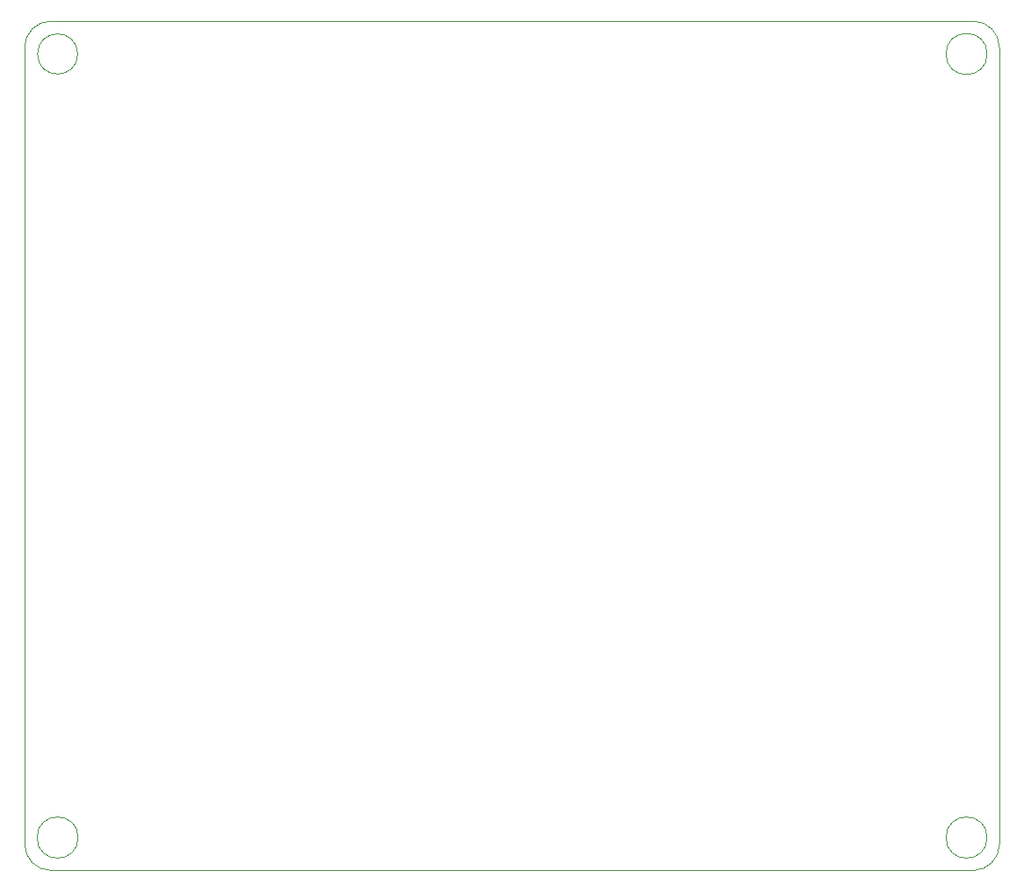
<source format=gm1>
G04 #@! TF.GenerationSoftware,KiCad,Pcbnew,8.0.5*
G04 #@! TF.CreationDate,2025-01-03T00:20:55+01:00*
G04 #@! TF.ProjectId,Tortu,546f7274-752e-46b6-9963-61645f706362,rev?*
G04 #@! TF.SameCoordinates,Original*
G04 #@! TF.FileFunction,Profile,NP*
%FSLAX46Y46*%
G04 Gerber Fmt 4.6, Leading zero omitted, Abs format (unit mm)*
G04 Created by KiCad (PCBNEW 8.0.5) date 2025-01-03 00:20:55*
%MOMM*%
%LPD*%
G01*
G04 APERTURE LIST*
G04 #@! TA.AperFunction,Profile*
%ADD10C,0.050000*%
G04 #@! TD*
G04 APERTURE END LIST*
D10*
X121920000Y-140970000D02*
X210820000Y-140970000D01*
X124538803Y-137795000D02*
G75*
G02*
X120571197Y-137795000I-1983803J0D01*
G01*
X120571197Y-137795000D02*
G75*
G02*
X124538803Y-137795000I1983803J0D01*
G01*
X124489406Y-62230000D02*
G75*
G02*
X120620594Y-62230000I-1934406J0D01*
G01*
X120620594Y-62230000D02*
G75*
G02*
X124489406Y-62230000I1934406J0D01*
G01*
X212168803Y-137795000D02*
G75*
G02*
X208201197Y-137795000I-1983803J0D01*
G01*
X208201197Y-137795000D02*
G75*
G02*
X212168803Y-137795000I1983803J0D01*
G01*
X119380000Y-61595000D02*
X119380000Y-138430000D01*
X121920000Y-140970000D02*
G75*
G02*
X119380000Y-138430000I0J2540000D01*
G01*
X119380000Y-61595000D02*
G75*
G02*
X121920000Y-59055000I2540000J0D01*
G01*
X213360000Y-138430000D02*
G75*
G02*
X210820000Y-140970000I-2540000J0D01*
G01*
X210820000Y-59055000D02*
G75*
G02*
X213360000Y-61595000I0J-2540000D01*
G01*
X212168803Y-62230000D02*
G75*
G02*
X208201197Y-62230000I-1983803J0D01*
G01*
X208201197Y-62230000D02*
G75*
G02*
X212168803Y-62230000I1983803J0D01*
G01*
X213360000Y-138430000D02*
X213360000Y-61595000D01*
X121920000Y-59055000D02*
X210820000Y-59055000D01*
M02*

</source>
